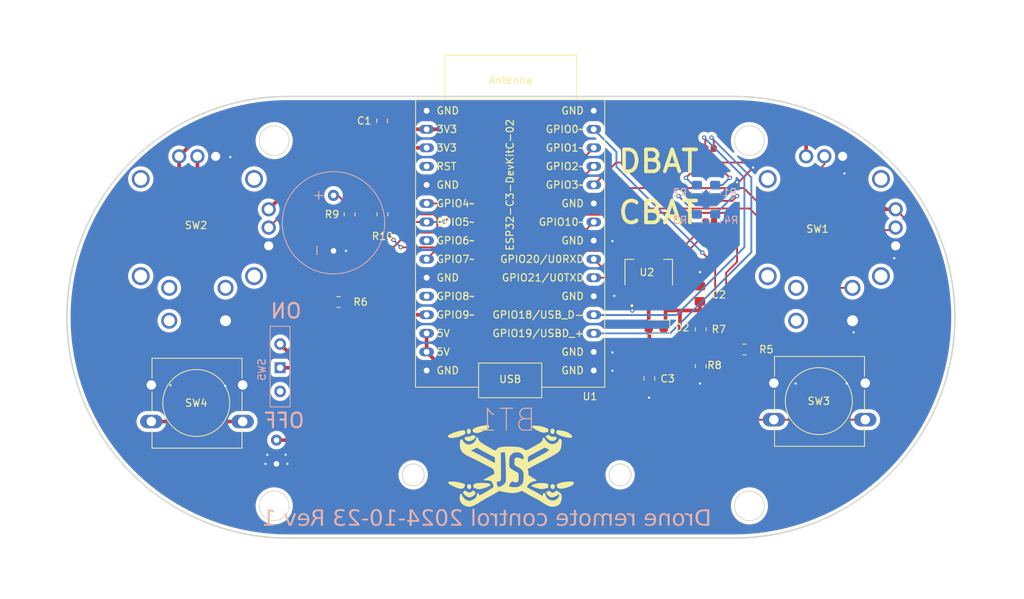
<source format=kicad_pcb>
(kicad_pcb (version 20240108) (generator "pcbnew") (generator_version "8.0")
  (layers (0 "F.Cu" signal) (31 "B.Cu" signal) (34 "B.Paste" user) (35 "F.Paste" user) (36 "B.SilkS" user "B.Silkscreen") (37 "F.SilkS" user "F.Silkscreen") (38 "B.Mask" user) (39 "F.Mask" user) (44 "Edge.Cuts" user))
  (net 0 "")
  (net 1 "GND")
  (net 2 "+3.3V")
  (net 3 "Net-(U1-GPIO10)")
  (net 4 "Net-(U1-GPIO0)")
  (net 5 "Net-(U1-GPIO5)")
  (net 6 "Net-(U1-GPIO4)")
  (net 7 "Net-(U1-GPIO3)")
  (net 8 "Net-(U1-GPIO1)")
  (net 11 "Net-(D6-K1)")
  (net 12 "Net-(D6-K2)")
  (net 17 "Net-(BT1-+)")
  (net 18 "Net-(D2-K)")
  (net 20 "Net-(D1-K1)")
  (net 21 "Net-(D1-K2)")
  (net 22 "5V")
  (net 23 "Net-(D1-A1)")
  (net 24 "Net-(D1-A2)")
  (net 25 "Net-(D6-A2)")
  (net 26 "Net-(D6-A1)")
  (net 27 "Net-(LS1-Pad1)")
  (net 28 "Net-(U1-GPIO7)")
  (net 29 "Net-(U1-GPIO9)")
  (net 31 "Net-(U1-GPIO2)")
  (footprint "JonasLib:Joystick" (layer "F.Cu") (at 74 74.15 90)
    (property "Reference" "SW2" (at 0.309 -0.186 0) (layer "F.SilkS"))
    (property "Value" "802-30110-B")
    (pad "" thru_hole circle (at -6.65 -7.75 90) (size 2.45 2.45) (drill 1.75) (layers "*.Cu" "*.Mask"))
    (pad "" thru_hole circle (at -6.65 7.75 90) (size 2.45 2.45) (drill 1.75) (layers "*.Cu" "*.Mask"))
    (pad "" thru_hole circle (at 6.65 -7.75 90) (size 2.45 2.45) (drill 1.75) (layers "*.Cu" "*.Mask"))
    (pad "" thru_hole circle (at 6.65 7.75 90) (size 2.45 2.45) (drill 1.75) (layers "*.Cu" "*.Mask"))
    (pad "1" thru_hole circle (at -2.5 9.75 90) (size 1.95 1.95) (drill 1.25) (layers "*.Cu" "*.Mask") (net 1 "GND"))
    (pad "2" thru_hole circle (at 0 9.75 90) (size 1.95 1.95) (drill 1.25) (layers "*.Cu" "*.Mask") (net 8 "Net-(U1-GPIO1)"))
    (pad "3" thru_hole circle (at 2.5 9.75 90) (size 1.95 1.95) (drill 1.25) (layers "*.Cu" "*.Mask") (net 2 "+3.3V"))
    (pad "4" thru_hole circle (at 9.75 2.5 90) (size 1.95 1.95) (drill 1.25) (layers "*.Cu" "*.Mask") (net 1 "GND"))
    (pad "5" thru_hole circle (at 9.75 0 90) (size 1.95 1.95) (drill 1.25) (layers "*.Cu" "*.Mask") (net 31 "Net-(U1-GPIO2)"))
    (pad "6" thru_hole circle (at 9.75 -2.5 90) (size 1.95 1.95) (drill 1.25) (layers "*.Cu" "*.Mask") (net 2 "+3.3V"))
    (pad "7" thru_hole circle (at -8.25 3.85 90) (size 2.2 2.2) (drill 1.5) (layers "*.Cu" "*.Mask"))
    (pad "8" thru_hole circle (at -12.75 3.85 90) (size 2.2 2.2) (drill 1.5) (layers "*.Cu" "*.Mask") (net 1 "GND"))
    (pad "9" thru_hole circle (at -8.25 -3.85 90) (size 2.2 2.2) (drill 1.5) (layers "*.Cu" "*.Mask"))
    (pad "10" thru_hole circle (at -12.75 -3.85 90) (size 2.2 2.2) (drill 1.5) (layers "*.Cu" "*.Mask"))
  )
  (footprint "Button_Switch_THT:SW_PUSH-12mm" (layer "F.Cu") (at 165.339 100.446 180)
    (property "Reference" "SW3" (at 6.35 2.54 0) (layer "F.SilkS"))
    (property "Value" "SW_Push")
    (pad "1" thru_hole oval (at 0 0 180) (size 3.048 1.85) (drill 1.3) (layers "*.Cu" "*.Mask") (net 28 "Net-(U1-GPIO7)"))
    (pad "1" thru_hole oval (at 12.5 0 180) (size 3.048 1.85) (drill 1.3) (layers "*.Cu" "*.Mask") (net 28 "Net-(U1-GPIO7)"))
    (pad "2" thru_hole oval (at 0 5 180) (size 3.048 1.85) (drill 1.3) (layers "*.Cu" "*.Mask") (net 1 "GND"))
    (pad "2" thru_hole oval (at 12.5 5 180) (size 3.048 1.85) (drill 1.3) (layers "*.Cu" "*.Mask") (net 1 "GND"))
  )
  (footprint "LOGO" (layer "F.Cu") (at 116.814 107.341)
    (property "Reference" "G***" (hide yes))
    (property "Value" "LOGO" (hide yes))
  )
  (footprint "Button_Switch_THT:SW_PUSH-12mm" (layer "F.Cu") (at 80.195 100.7 180)
    (property "Reference" "SW4" (at 6.35 2.54 0) (layer "F.SilkS"))
    (property "Value" "SW_Push")
    (pad "1" thru_hole oval (at 0 0 180) (size 3.048 1.85) (drill 1.3) (layers "*.Cu" "*.Mask") (net 29 "Net-(U1-GPIO9)"))
    (pad "1" thru_hole oval (at 12.5 0 180) (size 3.048 1.85) (drill 1.3) (layers "*.Cu" "*.Mask") (net 29 "Net-(U1-GPIO9)"))
    (pad "2" thru_hole oval (at 0 5 180) (size 3.048 1.85) (drill 1.3) (layers "*.Cu" "*.Mask") (net 1 "GND"))
    (pad "2" thru_hole oval (at 12.5 5 180) (size 3.048 1.85) (drill 1.3) (layers "*.Cu" "*.Mask") (net 1 "GND"))
  )
  (footprint "Resistor_SMD:R_0805_2012Metric_Pad1.20x1.40mm_HandSolder" (layer "F.Cu") (at 93.314 84.341)
    (property "Reference" "R6" (at 3 0 180) (layer "F.SilkS"))
    (property "Value" "10k")
    (pad "1" smd roundrect (at -1 0) (size 1.2 1.4) (layers "F.Cu" "F.Paste" "F.Mask") (roundrect_rratio 0.2083333333) (net 2 "+3.3V"))
    (pad "2" smd roundrect (at 1 0) (size 1.2 1.4) (layers "F.Cu" "F.Paste" "F.Mask") (roundrect_rratio 0.2083333333) (net 29 "Net-(U1-GPIO9)"))
  )
  (footprint "enkapsel:SOT230P700X180-4N" (layer "F.Cu") (at 135.72745 80.25 90)
    (property "Reference" "U2" (at -0.025 -0.25 180) (layer "F.SilkS"))
    (property "Value" "TLV1117-50")
    (pad "1" smd rect (at -2.9 -2.3) (size 0.95 2.15) (layers "F.Cu" "F.Paste" "F.Mask") (net 1 "GND"))
    (pad "2" smd rect (at -2.9 0) (size 0.95 2.15) (layers "F.Cu" "F.Paste" "F.Mask") (net 22 "5V"))
    (pad "3" smd rect (at -2.9 2.3) (size 0.95 2.15) (layers "F.Cu" "F.Paste" "F.Mask") (net 18 "Net-(D2-K)"))
    (pad "4" smd rect (at 2.9 0) (size 3.25 2.15) (layers "F.Cu" "F.Paste" "F.Mask"))
  )
  (footprint "Capacitor_SMD:C_0805_2012Metric_Pad1.18x1.45mm_HandSolder" (layer "F.Cu") (at 142.72745 83.2125 90)
    (property "Reference" "C2" (at -0.1285 2.58655 180) (layer "F.SilkS"))
    (property "Value" "10u")
    (pad "1" smd roundrect (at -1.0375 0 90) (size 1.175 1.45) (layers "F.Cu" "F.Paste" "F.Mask") (roundrect_rratio 0.2127659574) (net 18 "Net-(D2-K)"))
    (pad "2" smd roundrect (at 1.0375 0 90) (size 1.175 1.45) (layers "F.Cu" "F.Paste" "F.Mask") (roundrect_rratio 0.2127659574) (net 1 "GND"))
  )
  (footprint "Resistor_SMD:R_0805_2012Metric_Pad1.20x1.40mm_HandSolder" (layer "F.Cu") (at 142.83945 93.122 90)
    (property "Reference" "R8" (at 0.122 1.888 180) (layer "F.SilkS"))
    (property "Value" "10k")
    (pad "1" smd roundrect (at -1 0 90) (size 1.2 1.4) (layers "F.Cu" "F.Paste" "F.Mask") (roundrect_rratio 0.2083333333) (net 1 "GND"))
    (pad "2" smd roundrect (at 1 0 90) (size 1.2 1.4) (layers "F.Cu" "F.Paste" "F.Mask") (roundrect_rratio 0.2083333333) (net 4 "Net-(U1-GPIO0)"))
  )
  (footprint "JonasLib:Led green and red Wurth" (layer "F.Cu") (at 141.514 71.841 -90)
    (property "Reference" "D1" (hide yes))
    (property "Value" "Led_green_and_red_Wurth")
    (pad "1" smd roundrect (at -1.35 -3.15 270) (size 0.9 0.85) (layers "F.Cu" "F.Paste" "F.Mask") (net 21 "Net-(D1-K2)"))
    (pad "2" smd roundrect (at -1.35 -2 270) (size 0.9 0.85) (layers "F.Cu" "F.Paste" "F.Mask") (net 20 "Net-(D1-K1)"))
    (pad "3" smd roundrect (at 1.5 -2 270) (size 0.9 0.85) (layers "F.Cu" "F.Paste" "F.Mask") (net 23 "Net-(D1-A1)"))
    (pad "4" smd roundrect (at 1.5 -3.15 270) (size 0.9 0.85) (layers "F.Cu" "F.Paste" "F.Mask") (net 24 "Net-(D1-A2)"))
  )
  (footprint "Resistor_SMD:R_0805_2012Metric_Pad1.20x1.40mm_HandSolder" (layer "F.Cu") (at 148.814 90.841 180)
    (property "Reference" "R5" (at -3 0 180) (layer "F.SilkS"))
    (property "Value" "10k")
    (pad "1" smd roundrect (at -1 0 180) (size 1.2 1.4) (layers "F.Cu" "F.Paste" "F.Mask") (roundrect_rratio 0.2083333333) (net 2 "+3.3V"))
    (pad "2" smd roundrect (at 1 0 180) (size 1.2 1.4) (layers "F.Cu" "F.Paste" "F.Mask") (roundrect_rratio 0.2083333333) (net 28 "Net-(U1-GPIO7)"))
  )
  (footprint "Capacitor_SMD:C_0805_2012Metric_Pad1.18x1.45mm_HandSolder" (layer "F.Cu") (at 135.814 94.8035 -90)
    (property "Reference" "C3" (at 0.0375 -2.5 180) (layer "F.SilkS"))
    (property "Value" "100u")
    (pad "1" smd roundrect (at -1.0375 0 270) (size 1.175 1.45) (layers "F.Cu" "F.Paste" "F.Mask") (roundrect_rratio 0.2127659574) (net 22 "5V"))
    (pad "2" smd roundrect (at 1.0375 0 270) (size 1.175 1.45) (layers "F.Cu" "F.Paste" "F.Mask") (roundrect_rratio 0.2127659574) (net 1 "GND"))
  )
  (footprint "JonasLib:Joystick" (layer "F.Cu") (at 159.75 74.15 90)
    (property "Reference" "SW1" (at -0.191 -0.936 0) (layer "F.SilkS"))
    (property "Value" "802-30110-B")
    (pad "" thru_hole circle (at -6.65 -7.75 90) (size 2.45 2.45) (drill 1.75) (layers "*.Cu" "*.Mask"))
    (pad "" thru_hole circle (at -6.65 7.75 90) (size 2.45 2.45) (drill 1.75) (layers "*.Cu" "*.Mask"))
    (pad "" thru_hole circle (at 6.65 -7.75 90) (size 2.45 2.45) (drill 1.75) (layers "*.Cu" "*.Mask"))
    (pad "" thru_hole circle (at 6.65 7.75 90) (size 2.45 2.45) (drill 1.75) (layers "*.Cu" "*.Mask"))
    (pad "1" thru_hole circle (at -2.5 9.75 90) (size 1.95 1.95) (drill 1.25) (layers "*.Cu" "*.Mask") (net 1 "GND"))
    (pad "2" thru_hole circle (at 0 9.75 90) (size 1.95 1.95) (drill 1.25) (layers "*.Cu" "*.Mask") (net 6 "Net-(U1-GPIO4)"))
    (pad "3" thru_hole circle (at 2.5 9.75 90) (size 1.95 1.95) (drill 1.25) (layers "*.Cu" "*.Mask") (net 2 "+3.3V"))
    (pad "4" thru_hole circle (at 9.75 2.5 90) (size 1.95 1.95) (drill 1.25) (layers "*.Cu" "*.Mask") (net 1 "GND"))
    (pad "5" thru_hole circle (at 9.75 0 90) (size 1.95 1.95) (drill 1.25) (layers "*.Cu" "*.Mask") (net 7 "Net-(U1-GPIO3)"))
    (pad "6" thru_hole circle (at 9.75 -2.5 90) (size 1.95 1.95) (drill 1.25) (layers "*.Cu" "*.Mask") (net 2 "+3.3V"))
    (pad "7" thru_hole circle (at -8.25 3.85 90) (size 2.2 2.2) (drill 1.5) (layers "*.Cu" "*.Mask") (net 5 "Net-(U1-GPIO5)"))
    (pad "8" thru_hole circle (at -12.75 3.85 90) (size 2.2 2.2) (drill 1.5) (layers "*.Cu" "*.Mask") (net 1 "GND"))
    (pad "9" thru_hole circle (at -8.25 -3.85 90) (size 2.2 2.2) (drill 1.5) (layers "*.Cu" "*.Mask"))
    (pad "10" thru_hole circle (at -12.75 -3.85 90) (size 2.2 2.2) (drill 1.5) (layers "*.Cu" "*.Mask"))
  )
  (footprint "Espressif:ESP32-C3-DevKitC-02" (layer "F.Cu") (at 105.34945 58.1531)
    (property "Reference" "U1" (at 22.352 39.116 0) (layer "F.SilkS"))
    (property "Value" "ESP32-C3-DevKitC-02" (at 11.4 10.16 90) (layer "F.SilkS"))
    (fp_text user "GPIO5~" (at 1.27 15.24 0) (layer "F.SilkS") (effects (justify left)))
    (fp_text user "GND" (at 21.59 12.7 0) (layer "F.SilkS") (effects (justify right)))
    (fp_text user "GPIO19/USBD_+" (at 21.59 30.48 0) (layer "F.SilkS") (effects (justify right)))
    (fp_text user "GPIO3~" (at 21.59 10.16 0) (layer "F.SilkS") (effects (justify right)))
    (fp_text user "3V3" (at 1.3 2.54 0) (layer "F.SilkS") (effects (justify left)))
    (fp_text user "GPIO7~" (at 1.27 20.32 0) (layer "F.SilkS") (effects (justify left)))
    (fp_text user "GND" (at 1.27 0 0) (layer "F.SilkS") (effects (justify left)))
    (fp_text user "RST" (at 1.27 7.62 0) (layer "F.SilkS") (effects (justify left)))
    (fp_text user "GPIO1~" (at 21.59 5.08 0) (layer "F.SilkS") (effects (justify right)))
    (fp_text user "GND" (at 21.59 0 0) (layer "F.SilkS") (effects (justify right)))
    (fp_text user "GPIO0~" (at 21.59 2.54 0) (layer "F.SilkS") (effects (justify right)))
    (fp_text user "GND" (at 21.59 17.78 0) (layer "F.SilkS") (effects (justify right)))
    (fp_text user "5V" (at 1.27 33.02 0) (layer "F.SilkS") (effects (justify left)))
    (fp_text user "GPIO8~" (at 1.27 25.4 0) (layer "F.SilkS") (effects (justify left)))
    (fp_text user "GND" (at 21.59 35.56 0) (layer "F.SilkS") (effects (justify right)))
    (fp_text user "GPIO18/USB_D-" (at 21.59 27.94 0) (layer "F.SilkS") (effects (justify right)))
    (fp_text user "GPIO21/U0TXD" (at 21.59 22.86 0) (layer "F.SilkS") (effects (justify right)))
    (fp_text user "GPIO9~" (at 1.27 27.94 0) (layer "F.SilkS") (effects (justify left)))
    (fp_text user "GND" (at 21.59 33.02 0) (layer "F.SilkS") (effects (justify right)))
    (fp_text user "3V3" (at 1.27 5.08 0) (layer "F.SilkS") (effects (justify left)))
    (fp_text user "GND" (at 1.27 22.86 0) (layer "F.SilkS") (effects (justify left)))
    (fp_text user "GND" (at 1.27 35.56 0) (layer "F.SilkS") (effects (justify left)))
    (fp_text user "GND" (at 21.59 25.4 0) (layer "F.SilkS") (effects (justify right)))
    (fp_text user "GPIO2~" (at 21.59 7.62 0) (layer "F.SilkS") (effects (justify right)))
    (fp_text user "5V" (at 1.27 30.48 0) (layer "F.SilkS") (effects (justify left)))
    (fp_text user "Antenna" (at 11.5 -4.2076 0) (layer "F.SilkS"))
    (fp_text user "GPIO10~" (at 21.59 15.24 0) (layer "F.SilkS") (effects (justify right)))
    (fp_text user "GPIO6~" (at 1.27 17.78 0) (layer "F.SilkS") (effects (justify left)))
    (fp_text user "USB" (at 11.43 37.338 0) (layer "F.SilkS") (effects (justify bottom)))
    (fp_text user "GPIO20/U0RXD" (at 21.59 20.32 0) (layer "F.SilkS") (effects (justify right)))
    (fp_text user "GPIO4~" (at 1.27 12.7 0) (layer "F.SilkS") (effects (justify left)))
    (fp_text user "GND" (at 1.27 10.16 0) (layer "F.SilkS") (effects (justify left)))
    (pad "1" thru_hole rect (at 0 0 270) (size 1.2 2) (drill 0.8) (layers "*.Cu" "*.Mask") (net 1 "GND"))
    (pad "2" thru_hole oval (at 0 2.54 270) (size 1.2 2) (drill 0.8) (layers "*.Cu" "*.Mask") (net 2 "+3.3V"))
    (pad "3" thru_hole oval (at 0 5.08 270) (size 1.2 2) (drill 0.8) (layers "*.Cu" "*.Mask") (net 2 "+3.3V"))
    (pad "4" thru_hole oval (at 0 7.62 270) (size 1.2 2) (drill 0.8) (layers "*.Cu" "*.Mask"))
    (pad "5" thru_hole oval (at 0 10.16 270) (size 1.2 2) (drill 0.8) (layers "*.Cu" "*.Mask") (net 1 "GND"))
    (pad "6" thru_hole oval (at 0 12.7 270) (size 1.2 2) (drill 0.8) (layers "*.Cu" "*.Mask") (net 6 "Net-(U1-GPIO4)"))
    (pad "7" thru_hole oval (at 0 15.24 270) (size 1.2 2) (drill 0.8) (layers "*.Cu" "*.Mask") (net 5 "Net-(U1-GPIO5)"))
    (pad "8" thru_hole oval (at 0 17.78 270) (size 1.2 2) (drill 0.8) (layers "*.Cu" "*.Mask"))
    (pad "9" thru_hole oval (at 0 20.32 270) (size 1.2 2) (drill 0.8) (layers "*.Cu" "*.Mask") (net 28 "Net-(U1-GPIO7)"))
    (pad "10" thru_hole oval (at 0 22.86 270) (size 1.2 2) (drill 0.8) (layers "*.Cu" "*.Mask") (net 1 "GND"))
    (pad "11" thru_hole oval (at 0 25.4 270) (size 1.2 2) (drill 0.8) (layers "*.Cu" "*.Mask"))
    (pad "12" thru_hole oval (at 0 27.94 270) (size 1.2 2) (drill 0.8) (layers "*.Cu" "*.Mask") (net 29 "Net-(U1-GPIO9)"))
    (pad "13" thru_hole oval (at 0 30.48 270) (size 1.2 2) (drill 0.8) (layers "*.Cu" "*.Mask") (net 22 "5V"))
    (pad "14" thru_hole oval (at 0 33.02 270) (size 1.2 2) (drill 0.8) (layers "*.Cu" "*.Mask") (net 22 "5V"))
    (pad "15" thru_hole oval (at 0 35.56 270) (size 1.2 2) (drill 0.8) (layers "*.Cu" "*.Mask") (net 1 "GND"))
    (pad "16" thru_hole oval (at 22.86 35.56 270) (size 1.2 2) (drill 0.8) (layers "*.Cu" "*.Mask") (net 1 "GND"))
    (pad "17" thru_hole oval (at 22.86 33.02 270) (size 1.2 2) (drill 0.8) (layers "*.Cu" "*.Mask") (net 1 "GND"))
    (pad "18" thru_hole oval (at 22.86 30.48 270) (size 1.2 2) (drill 0.8) (layers "*.Cu" "*.Mask") (net 26 "Net-(D6-A1)"))
    (pad "19" thru_hole oval (at 22.86 27.94 270) (size 1.2 2) (drill 0.8) (layers "*.Cu" "*.Mask") (net 25 "Net-(D6-A2)"))
    (pad "20" thru_hole oval (at 22.86 25.4 270) (size 1.2 2) (drill 0.8) (layers "*.Cu" "*.Mask") (net 1 "GND"))
    (pad "21" thru_hole oval (at 22.86 22.86 270) (size 1.2 2) (drill 0.8) (layers "*.Cu" "*.Mask") (net 24 "Net-(D1-A2)"))
    (pad "22" thru_hole oval (at 22.86 20.32 270) (size 1.2 2) (drill 0.8) (layers "*.Cu" "*.Mask") (net 23 "Net-(D1-A1)"))
    (pad "23" thru_hole oval (at 22.86 17.78 270) (size 1.2 2) (drill 0.8) (layers "*.Cu" "*.Mask") (net 1 "GND"))
    (pad "24" thru_hole oval (at 22.86 15.24 270) (size 1.2 2) (drill 0.8) (layers "*.Cu" "*.Mask") (net 3 "Net-(U1-GPIO10)"))
    (pad "25" thru_hole oval (at 22.86 12.7 270) (size 1.2 2) (drill 0.8) (layers "*.Cu" "*.Mask") (net 1 "GND"))
    (pad "26" thru_hole oval (at 22.86 10.16 270) (size 1.2 2) (drill 0.8) (layers "*.Cu" "*.Mask") (net 7 "Net-(U1-GPIO3)"))
    (pad "27" thru_hole oval (at 22.86 7.62 270) (size 1.2 2) (drill 0.8) (layers "*.Cu" "*.Mask") (net 31 "Net-(U1-GPIO2)"))
    (pad "28" thru_hole oval (at 22.86 5.08 270) (size 1.2 2) (drill 0.8) (layers "*.Cu" "*.Mask") (net 8 "Net-(U1-GPIO1)"))
    (pad "29" thru_hole oval (at 22.86 2.54 270) (size 1.2 2) (drill 0.8) (layers "*.Cu" "*.Mask") (net 4 "Net-(U1-GPIO0)"))
    (pad "30" thru_hole oval (at 22.86 0 270) (size 1.2 2) (drill 0.8) (layers "*.Cu" "*.Mask") (net 1 "GND"))
  )
  (footprint "JonasLib:Led green and red Wurth" (layer "F.Cu") (at 146.614 64.841 90)
    (property "Reference" "D6" (hide yes))
    (property "Value" "Led_green_and_red_Wurth" (hide yes))
    (pad "1" smd roundrect (at -1.35 -3.15 90) (size 0.9 0.85) (layers "F.Cu" "F.Paste" "F.Mask") (net 12 "Net-(D6-K2)"))
    (pad "2" smd roundrect (at -1.35 -2 90) (size 0.9 0.85) (layers "F.Cu" "F.Paste" "F.Mask") (net 11 "Net-(D6-K1)"))
    (pad "3" smd roundrect (at 1.5 -2 90) (size 0.9 0.85) (layers "F.Cu" "F.Paste" "F.Mask") (net 26 "Net-(D6-A1)"))
    (pad "4" smd roundrect (at 1.5 -3.15 90) (size 0.9 0.85) (layers "F.Cu" "F.Paste" "F.Mask") (net 25 "Net-(D6-A2)"))
  )
  (footprint "Resistor_SMD:R_0805_2012Metric_Pad1.20x1.40mm_HandSolder" (layer "F.Cu") (at 94.814 72.341 90)
    (property "Reference" "R9" (at 0 -2.4 180) (layer "F.SilkS"))
    (property "Value" "10k")
    (pad "1" smd roundrect (at -1 0 90) (size 1.2 1.4) (layers "F.Cu" "F.Paste" "F.Mask") (roundrect_rratio 0.208333) (net 3 "Net-(U1-GPIO10)"))
    (pad "2" smd roundrect (at 1 0 90) (size 1.2 1.4) (layers "F.Cu" "F.Paste" "F.Mask") (roundrect_rratio 0.208333) (net 27 "Net-(LS1-Pad1)"))
  )
  (footprint "Capacitor_SMD:C_0805_2012Metric_Pad1.18x1.45mm_HandSolder" (layer "F.Cu") (at 99.26745 59.5375 -90)
    (property "Reference" "C1" (at 0 2.45345 180) (layer "F.SilkS"))
    (property "Value" "100n")
    (pad "1" smd roundrect (at -1.0375 0 270) (size 1.175 1.45) (layers "F.Cu" "F.Paste" "F.Mask") (roundrect_rratio 0.2127659574) (net 1 "GND"))
    (pad "2" smd roundrect (at 1.0375 0 270) (size 1.175 1.45) (layers "F.Cu" "F.Paste" "F.Mask") (roundrect_rratio 0.2127659574) (net 2 "+3.3V"))
  )
  (footprint "Diode_SMD:D_0805_2012Metric_Pad1.15x1.40mm_HandSolder" (layer "F.Cu") (at 136.75245 87.764 180)
    (property "Reference" "D2" (at -3.56155 -0.077 0) (layer "F.SilkS"))
    (property "Value" "1N4002")
    (pad "1" smd roundrect (at -1.025 0 180) (size 1.15 1.4) (layers "F.Cu" "F.Paste" "F.Mask") (roundrect_rratio 0.2173913043) (net 18 "Net-(D2-K)"))
    (pad "2" smd roundrect (at 1.025 0 180) (size 1.15 1.4) (layers "F.Cu" "F.Paste" "F.Mask") (roundrect_rratio 0.2173913043) (net 22 "5V"))
  )
  (footprint "Resistor_SMD:R_0805_2012Metric_Pad1.20x1.40mm_HandSolder" (layer "F.Cu") (at 142.83945 88.074 90)
    (property "Reference" "R7" (at 0 2.47455 180) (layer "F.SilkS"))
    (property "Value" "10k")
    (pad "1" smd roundrect (at -1 0 90) (size 1.2 1.4) (layers "F.Cu" "F.Paste" "F.Mask") (roundrect_rratio 0.2083333333) (net 4 "Net-(U1-GPIO0)"))
    (pad "2" smd roundrect (at 1 0 90) (size 1.2 1.4) (layers "F.Cu" "F.Paste" "F.Mask") (roundrect_rratio 0.2083333333) (net 18 "Net-(D2-K)"))
  )
  (footprint "Resistor_SMD:R_0805_2012Metric_Pad1.20x1.40mm_HandSolder" (layer "F.Cu") (at 99.314 72.341 -90)
    (property "Reference" "R10" (at 3 0 180) (layer "F.SilkS"))
    (property "Value" "10k")
    (pad "1" smd roundrect (at -1 0 270) (size 1.2 1.4) (layers "F.Cu" "F.Paste" "F.Mask") (roundrect_rratio 0.2083333333) (net 2 "+3.3V"))
    (pad "2" smd roundrect (at 1 0 270) (size 1.2 1.4) (layers "F.Cu" "F.Paste" "F.Mask") (roundrect_rratio 0.2083333333) (net 5 "Net-(U1-GPIO5)"))
  )
  (footprint "JonasLib:summer 4khz miniatyr" (layer "B.Cu") (at 92.614 73.491 -90)
    (property "Reference" "LS1" (hide yes))
    (property "Value" "Speaker")
    (fp_text user "-" (at 2.75 1.5 90) (layer "B.SilkS") (effects (font (size 1.5 1.5)) (justify left bottom mirror)))
    (fp_text user "+" (at -4.75 1.25 90) (layer "B.SilkS") (effects (font (size 1.5 1.5)) (justify left bottom mirror)))
    (pad "1" thru_hole circle (at -3.75 0 270) (size 1.524 1.524) (drill 0.762) (layers "*.Cu" "*.Mask") (net 27 "Net-(LS1-Pad1)"))
    (pad "2" thru_hole circle (at 3.85 0 270) (size 1.524 1.524) (drill 0.762) (layers "*.Cu" "*.Mask") (net 1 "GND"))
  )
  (footprint "Resistor_SMD:R_0805_2012Metric_Pad1.20x1.40mm_HandSolder" (layer "B.Cu") (at 144.814 69.341 90)
    (property "Reference" "R1" (at 0 2 180) (layer "B.SilkS") (effects (justify mirror)))
    (property "Value" "390")
    (pad "1" smd roundrect (at -1 0 90) (size 1.2 1.4) (layers "B.Cu" "B.Paste" "B.Mask") (roundrect_rratio 0.208333) (net 1 "GND"))
    (pad "2" smd roundrect (at 1 0 90) (size 1.2 1.4) (layers "B.Cu" "B.Paste" "B.Mask") (roundrect_rratio 0.208333) (net 11 "Net-(D6-K1)"))
  )
  (footprint "JonasLib:9v bat holder" (layer "B.Cu") (at 122.814 93.75 180)
    (property "Reference" "BT1" (at 6.5 -6.75 0) (layer "B.SilkS") (effects (font (size 3 3)) (justify mirror)))
    (property "Value" "Battery_Cell")
    (fp_circle (center 19.3 -14.25) (end 20.8 -14.25) (stroke (width 0.12)) (fill none) (layer "Edge.Cuts"))
    (fp_circle (center -9 -14.25) (end -7.5 -14.25) (stroke (width 0.12)) (fill none) (layer "Edge.Cuts"))
    (pad "1" thru_hole circle (at 38 -9.5 180) (size 1.524 1.524) (drill 0.762) (layers "*.Cu" "*.Mask") (net 17 "Net-(BT1-+)"))
    (pad "2" thru_hole circle (at 38 -12.75 180) (size 1.524 1.524) (drill 0.762) (layers "*.Cu" "*.Mask") (net 1 "GND"))
  )
  (footprint "Resistor_SMD:R_0805_2012Metric_Pad1.20x1.40mm_HandSolder" (layer "B.Cu") (at 142.314 73.341 90)
    (property "Reference" "R4" (at 0.2 4.7 180) (layer "B.SilkS") (effects (justify mirror)))
    (property "Value" "390")
    (pad "1" smd roundrect (at -1 0 90) (size 1.2 1.4) (layers "B.Cu" "B.Paste" "B.Mask") (roundrect_rratio 0.208333) (net 1 "GND"))
    (pad "2" smd roundrect (at 1 0 90) (size 1.2 1.4) (layers "B.Cu" "B.Paste" "B.Mask") (roundrect_rratio 0.208333) (net 20 "Net-(D1-K1)"))
  )
  (footprint "Resistor_SMD:R_0805_2012Metric_Pad1.20x1.40mm_HandSolder" (layer "B.Cu") (at 144.814 73.341 -90)
    (property "Reference" "R3" (at -0.2 4.8 180) (layer "B.SilkS") (effects (justify mirror)))
    (property "Value" "390")
    (pad "1" smd roundrect (at -1 0 270) (size 1.2 1.4) (layers "B.Cu" "B.Paste" "B.Mask") (roundrect_rratio 0.208333) (net 21 "Net-(D1-K2)"))
    (pad "2" smd roundrect (at 1 0 270) (size 1.2 1.4) (layers "B.Cu" "B.Paste" "B.Mask") (roundrect_rratio 0.208333) (net 1 "GND"))
  )
  (footprint "JonasLib:Skjutomkopplare 1-pol on-on pcb vinklad" (layer "B.Cu") (at 85.314 93.591 90)
    (property "Reference" "SW5" (at 0 -2.5 90) (layer "B.SilkS") (effects (justify mirror)))
    (property "Value" "~" (hide yes))
    (pad "1" thru_hole rect (at 0.25 0 90) (size 1.5 1.5) (drill 0.9) (layers "*.Cu" "*.Mask") (net 17 "Net-(BT1-+)"))
    (pad "2" thru_hole circle (at -2.99 0 90) (size 1.6 1.6) (drill 0.9) (layers "*.Cu" "*.Mask"))
    (pad "3" thru_hole circle (at 3.5 0 90) (size 1.6 1.6) (drill 0.9) (layers "*.Cu" "*.Mask") (net 18 "Net-(D2-K)"))
  )
  (footprint "Resistor_SMD:R_0805_2012Metric_Pad1.20x1.40mm_HandSolder" (layer "B.Cu") (at 142.314 69.341 -90)
    (property "Reference" "R2" (at 0 2.3 180) (layer "B.SilkS") (effects (justify mirror)))
    (property "Value" "390")
    (pad "1" smd roundrect (at -1 0 270) (size 1.2 1.4) (layers "B.Cu" "B.Paste" "B.Mask") (roundrect_rratio 0.208333) (net 12 "Net-(D6-K2)"))
    (pad "2" smd roundrect (at 1 0 270) (size 1.2 1.4) (layers "B.Cu" "B.Paste" "B.Mask") (roundrect_rratio 0.208333) (net 1 "GND"))
  )
  (gr_line (start 147.378 56.203) (end 86.378 56.203) (stroke (width 0.2)) (layer "Edge.Cuts"))
  (gr_arc (start 147.378 56.203) (mid 177.604 86.429) (end 147.378 116.655) (stroke (width 0.2)) (layer "Edge.Cuts"))
  (gr_circle (center 84.5 112.25) (end 82.468 112.377) (stroke (width 0.1)) (fill none) (layer "Edge.Cuts"))
  (gr_arc (start 86.378 116.655) (mid 56.152 86.429) (end 86.378 56.203) (stroke (width 0.2)) (layer "Edge.Cuts"))
  (gr_line (start 147.378 116.655) (end 86.378 116.655) (stroke (width 0.2)) (layer "Edge.Cuts"))
  (gr_circle (center 149.5 62.25) (end 147.468 62.377) (stroke (width 0.1)) (fill none) (layer "Edge.Cuts"))
  (gr_circle (center 149.5 112.25) (end 147.468 112.377) (stroke (width 0.1)) (fill none) (layer "Edge.Cuts"))
  (gr_circle (center 84.5 62.25) (end 82.468 62.377) (stroke (width 0.1)) (fill none) (layer "Edge.Cuts"))
  (gr_text "ON" (at 88.414 86.741 0) (layer "B.SilkS") (effects (font (size 2 2) (thickness 0.3)) (justify left bottom mirror)))
  (gr_text "OFF" (at 88.814 101.741 0) (layer "B.SilkS") (effects (font (size 2 2) (thickness 0.3)) (justify left bottom mirror)))
  (gr_text "Drone remote control 2024-10-23 Rev 1" (at 144.314 115.341 0) (layer "B.SilkS") (effects (font (size 2.2 2.2) (thickness 0.1)) (justify left bottom mirror)))
  (gr_text "CBAT" (at 131.314 73.841 0) (layer "F.SilkS") (effects (font (size 3 3) (thickness 0.5)) (justify left bottom)))
  (gr_text "DBAT" (at 131.314 66.841 0) (layer "F.SilkS") (effects (font (size 3 3) (thickness 0.5)) (justify left bottom)))
  (segment (start 142.72745 82.175) (end 142.72745 80.25) (width 0.5) (layer "F.Cu") (net 1))
  (segment (start 163.6 86.9) (end 163.6 88.35) (width 0.25) (layer "F.Cu") (net 1))
  (segment (start 169.314 78.341) (end 169.314 76.836) (width 0.25) (layer "F.Cu") (net 1))
  (segment (start 76.5 64.4) (end 78.4 64.4) (width 0.25) (layer "F.Cu") (net 1))
  (segment (start 78.4 64.4) (end 78.5 64.5) (width 0.25) (layer "F.Cu") (net 1))
  (segment (start 150.014 65.941) (end 148.014 67.941) (width 0.25) (layer "F.Cu") (net 1))
  (segment (start 77.955 95.7) (end 80.195 95.7) (width 0.5) (layer "F.Cu") (net 1))
  (segment (start 130.70055 75.9331) (end 130.76745 76) (width 0.5) (layer "F.Cu") (net 1))
  (segment (start 163.6 88.35) (end 163.75 88.5) (width 0.25) (layer "F.Cu") (net 1))
  (segment (start 128.20945 91.1731) (end 130.69055 91.1731) (width 0.5) (layer "F.Cu") (net 1))
  (segment (start 169.314 76.836) (end 169.5 76.65) (width 0.25) (layer "F.Cu") (net 1))
  (segment (start 155.814 95.5) (end 152.893 95.5) (width 0.25) (layer "F.Cu") (net 1))
  (segment (start 77.814 95.841) (end 77.955 95.7) (width 0.25) (layer "F.Cu") (net 1))
  (segment (start 130.96435 83.5531) (end 131.01745 83.5) (width 0.5) (layer "F.Cu") (net 1))
  (segment (start 133.47745 83.2) (end 133.47745 85.5) (width 0.5) (layer "F.Cu") (net 1))
  (segment (start 99.26745 58.5) (end 99.61435 58.1531) (width 0.5) (layer "F.Cu") (net 1))
  (segment (start 84.814 106.541) (end 86.064 105.291) (width 0.25) (layer "F.Cu") (net 1))
  (segment (start 70.314 95.75) (end 67.745 95.75) (width 0.5) (layer "F.Cu") (net 1))
  (segment (start 148.014 67.941) (end 147.814 67.941) (width 0.25) (layer "F.Cu") (net 1))
  (segment (start 130.73055 93.7131) (end 130.76745 93.75) (width 0.5) (layer "F.Cu") (net 1))
  (segment (start 165.285 95.5) (end 165.339 95.446) (width 0.25) (layer "F.Cu") (net 1))
  (segment (start 99.61435 58.1531) (end 105.34945 58.1531) (width 0.5) (layer "F.Cu") (net 1))
  (segment (start 84.814 106.541) (end 83.564 105.291) (width 0.25) (layer "F.Cu") (net 1))
  (segment (start 84.814 106.541) (end 86.314 106.541) (width 0.25) (layer "F.Cu") (net 1))
  (segment (start 152.893 95.5) (end 152.839 95.446) (width 0.25) (layer "F.Cu") (net 1))
  (segment (start 142.83945 95.388) (end 142.72745 95.5) (width 0.25) (layer "F.Cu") (net 1))
  (segment (start 162.25 66.5) (end 162.5 66.75) (width 0.25) (layer "F.Cu") (net 1))
  (segment (start 162.814 95.5) (end 165.285 95.5) (width 0.25) (layer "F.Cu") (net 1))
  (segment (start 162.25 64.4) (end 162.25 66.5) (width 0.25) (layer "F.Cu") (net 1))
  (segment (start 67.745 95.75) (end 67.695 95.7) (width 0.25) (layer "F.Cu") (net 1))
  (segment (start 142.83945 94.122) (end 142.83945 95.388) (width 0.5) (layer "F.Cu") (net 1))
  (segment (start 92.064 77.441) (end 94.214 77.441) (width 0.25) (layer "F.Cu") (net 1))
  (segment (start 135.814 97.394) (end 135.774 97.434) (width 0.25) (layer "F.Cu") (net 1))
  (segment (start 130.69055 91.1731) (end 130.76745 91.25) (width 0.5) (layer "F.Cu") (net 1))
  (segment (start 133.42745 83.15) (end 133.47745 83.2) (width 0.25) (layer "F.Cu") (net 1))
  (segment (start 94.214 77.441) (end 94.314 77.341) (width 0.25) (layer "F.Cu") (net 1))
  (segment (start 128.20945 93.7131) (end 130.73055 93.7131) (width 0.5) (layer "F.Cu") (net 1))
  (segment (start 135.814 95.841) (end 135.814 97.394) (width 0.5) (layer "F.Cu") (net 1))
  (segment (start 128.20945 83.5531) (end 130.96435 83.5531) (width 0.5) (layer "F.Cu") (net 1))
  (segment (start 128.20945 75.9331) (end 130.70055 75.9331) (width 0.5) (layer "F.Cu") (net 1))
  (segment (start 84.814 106.541) (end 83.314 106.541) (width 0.25) (layer "F.Cu") (net 1))
  (via (at 133.47745 85.5) (size 0.6) (drill 0.3) (layers "F.Cu" "B.Cu") (net 1))
  (via (at 142.72745 95.5) (size 0.6) (drill 0.3) (layers "F.Cu" "B.Cu") (net 1))
  (via (at 162.5 66.75) (size 0.6) (drill 0.3) (layers "F.Cu" "B.Cu") (net 1))
  (via (at 130.76745 93.75) (size 0.6) (drill 0.3) (layers "F.Cu" "B.Cu") (net 1))
  (via (at 155.814 95.5) (size 0.6) (drill 0.3) (layers "F.Cu" "B.Cu") (net 1))
  (via (at 142.72745 80.25) (size 0.6) (drill 0.3) (layers "F.Cu" "B.Cu") (net 1))
  (via (at 135.774 97.434) (size 0.6) (drill 0.3) (layers "F.Cu" "B.Cu") (net 1))
  (via (at 83.564 105.25) (size 0.6) (drill 0.3) (layers "F.Cu" "B.Cu") (net 1))
  (via (at 86.314 106.5) (size 0.6) (drill 0.3) (layers "F.Cu" "B.Cu") (net 1))
  (via (at 162.814 95.5) (size 0.6) (drill 0.3) (layers "F.Cu" "B.Cu") (net 1))
  (via (at 77.814 95.841) (size 0.6) (drill 0.3) (layers "F.Cu" "B.Cu") (net 1))
  (via (at 70.314 95.75) (size 0.6) (drill 0.3) (layers "F.Cu" "B.Cu") (net 1))
  (via (at 163.75 88.5) (size 0.6) (drill 0.3) (layers "F.Cu" "B.Cu") (net 1))
  (via (at 131.01745 83.5) (size 0.6) (drill 0.3) (layers "F.Cu" "B.Cu") (net 1))
  (via (at 147.814 67.941) (size 0.6) (drill 0.3) (layers "F.Cu" "B.Cu") (net 1))
  (via (at 83.314 106.5) (size 0.6) (drill 0.3) (layers "F.Cu" "B.Cu") (net 1))
  (via (at 150.014 65.941) (size 0.6) (drill 0.3) (layers "F.Cu" "B.Cu") (net 1))
  (via (at 169.314 78.341) (size 0.6) (drill 0.3) (layers "F.Cu" "B.Cu") (net 1))
  (via (at 86.064 105.25) (size 0.6) (drill 0.3) (layers "F.Cu" "B.Cu") (net 1))
  (via (at 130.76745 91.25) (size 0.6) (drill 0.3) (layers "F.Cu" "B.Cu") (net 1))
  (via (at 130.76745 76) (size 0.6) (drill 0.3) (layers "F.Cu" "B.Cu") (net 1))
  (via (at 94.314 77.341) (size 0.6) (drill 0.3) (layers "F.Cu" "B.Cu") (net 1))
  (via (at 78.5 64.5) (size 0.6) (drill 0.3) (layers "F.Cu" "B.Cu") (net 1))
  (segment (start 168.625 90.841) (end 169.2195 90.2465) (width 0.25) (layer "F.Cu") (net 2))
  (segment (start 108.27745 60.6931) (end 109.76745 59.2031) (width 0.5) (layer "F.Cu") (net 2))
  (segment (start 172.125 74.275) (end 172.125 87.341) (width 0.25) (layer "F.Cu") (net 2))
  (segment (start 168.121142 71.65) (end 164.25 67.778858) (width 0.5) (layer "F.Cu") (net 2))
  (segment (start 71.5 80.027) (end 71.5 64.4) (width 0.5) (layer "F.Cu") (net 2))
  (segment (start 169.5 71.65) (end 172.125 74.275) (width 0.25) (layer "F.Cu") (net 2))
  (segment (start 164.25 63.75) (end 162.5 62) (width 0.5) (layer "F.Cu") (net 2))
  (segment (start 82.814 65.341) (end 89.214 65.341) (width 0.5) (layer "F.Cu") (net 2))
  (segment (start 71.5 64.4) (end 74.059 61.841) (width 0.5) (layer "F.Cu") (net 2))
  (segment (start 74.059 61.841) (end 79.314 61.841) (width 0.5) (layer "F.Cu") (net 2))
  (segment (start 88.614 68.941) (end 89.214 68.341) (width 0.5) (layer "F.Cu") (net 2))
  (segment (start 102.28435 63.2331) (end 102.01745 63.5) (width 0.25) (layer "F.Cu") (net 2))
  (segment (start 75.814 84.341) (end 71.5 80.027) (width 0.5) (layer "F.Cu") (net 2))
  (segment (start 109.76745 59.2031) (end 154.1761 59.2031) (width 0.5) (layer "F.Cu") (net 2))
  (segment (start 164.25 67.778858) (end 164.25 63.75) (width 0.5) (layer "F.Cu") (net 2))
  (segment (start 105.34945 60.6931) (end 102.01745 60.6931) (width 0.5) (layer "F.Cu") (net 2))
  (segment (start 105.34945 60.6931) (end 108.27745 60.6931) (width 0.5) (layer "F.Cu") (net 2))
  (segment (start 102.01745 60.6931) (end 102.01745 63.341) (width 0.5) (layer "F.Cu") (net 2))
  (segment (start 79.314 61.841) (end 82.814 65.341) (width 0.5) (layer "F.Cu") (net 2))
  (segment (start 169.5 71.65) (end 168.121142 71.65) (width 0.5) (layer "F.Cu") (net 2))
  (segment (start 89.214 65.341) (end 90.059 65.341) (width 0.5) (layer "F.Cu") (net 2))
  (segment (start 149.814 90.841) (end 168.625 90.841) (width 0.25) (layer "F.Cu") (net 2))
  (segment (start 172.125 87.341) (end 169.2195 90.2465) (width 0.25) (layer "F.Cu") (net 2))
  (segment (start 94.825 60.575) (end 99.26745 60.575) (width 0.5) (layer "F.Cu") (net 2))
  (segment (start 99.314 71.341) (end 99.314 69.341) (width 0.5) (layer "F.Cu") (net 2))
  (segment (start 86.459 68.941) (end 88.614 68.941) (width 0.5) (layer "F.Cu") (net 2))
  (segment (start 92.314 84.341) (end 75.814 84.341) (width 0.5) (layer "F.Cu") (net 2))
  (segment (start 90.059 65.341) (end 94.825 60.575) (width 0.5) (layer "F.Cu") (net 2))
  (segment (start 105.34945 63.2331) (end 102.28435 63.2331) (width 0.5) (layer "F.Cu") (net 2))
  (segment (start 157.25 62.277) (end 157.25 64.4) (width 0.5) (layer "F.Cu") (net 2))
  (segment (start 102.01745 63.341) (end 102.01745 66.63755) (width 0.5) (layer "F.Cu") (net 2))
  (segment (start 99.314 69.341) (end 99.814 68.841) (width 0.5) (layer "F.Cu") (net 2))
  (segment (start 154.1761 59.2031) (end 156.814 61.841) (width 0.5) (layer "F.Cu") (net 2))
  (segment (start 102.01745 66.63755) (end 99.814 68.841) (width 0.5) (layer "F.Cu") (net 2))
  (segment (start 156.973 62) (end 156.814 61.841) (width 0.5) (layer "F.Cu") (net 2))
  (segment (start 89.214 68.341) (end 89.214 65.341) (width 0.5) (layer "F.Cu") (net 2))
  (segment (start 102.01745 60.6931) (end 99.38555 60.6931) (width 0.5) (layer "F.Cu") (net 2))
  (segment (start 162.5 62) (end 158.25 62) (width 0.5) (layer "F.Cu") (net 2))
  (segment (start 158.25 62) (end 156.973 62) (width 0.5) (layer "F.Cu") (net 2))
  (segment (start 83.75 71.65) (end 86.459 68.941) (width 0.5) (layer "F.Cu") (net 2))
  (segment (start 156.814 61.841) (end 157.25 62.277) (width 0.5) (layer "F.Cu") (net 2))
  (segment (start 96.814 75.341) (end 94.814 73.341) (width 0.25) (layer "F.Cu") (net 3))
  (segment (start 128.20945 73.3931) (end 124.74445 76.8581) (width 0.25) (layer "F.Cu") (net 3))
  (segment (start 124.74445 76.8581) (end 101.8311 76.8581) (width 0.25) (layer "F.Cu") (net 3))
  (segment (start 100.314 75.341) (end 96.814 75.341) (width 0.25) (layer "F.Cu") (net 3))
  (segment (start 101.8311 76.8581) (end 101.814 76.841) (width 0.25) (layer "F.Cu") (net 3))
  (segment (start 100.814 75.841) (end 100.314 75.341) (width 0.25) (layer "F.Cu") (net 3))
  (via (at 101.814 76.841) (size 0.6) (drill 0.3) (layers "F.Cu" "B.Cu") (net 3))
  (via (at 100.814 75.841) (size 0.6) (drill 0.3) (layers "F.Cu" "B.Cu") (net 3))
  (segment (start 101.814 76.841) (end 100.814 75.841) (width 0.25) (layer "B.Cu") (net 3))
  (segment (start 143.814 90.841) (end 142.83945 90.841) (width 0.25) (layer "F.Cu") (net 4))
  (segment (start 142.83945 90.841) (end 142.83945 89.074) (width 0.5) (layer "F.Cu") (net 4))
  (segment (start 144.814 79.341) (end 144.814 89.841) (width 0.25) (layer "F.Cu") (net 4))
  (segment (start 143.064 77.591) (end 144.814 79.341) (width 0.25) (layer "F.Cu") (net 4))
  (segment (start 142.83945 92.122) (end 142.83945 90.841) (width 0.5) (layer "F.Cu") (net 4))
  (segment (start 144.814 89.841) (end 143.814 90.841) (width 0.25) (layer "F.Cu") (net 4))
  (via (at 143.064 77.591) (size 0.6) (drill 0.3) (layers "F.Cu" "B.Cu") (net 4))
  (segment (start 143.064 77.591) (end 131.314 65.841) (width 0.25) (layer "B.Cu") (net 4))
  (segment (start 131.314 65.841) (end 131.314 63.79765) (width 0.25) (layer "B.Cu") (net 4))
  (segment (start 131.314 63.79765) (end 128.20945 60.6931) (width 0.25) (layer "B.Cu") (net 4))
  (segment (start 134.164 72.391) (end 135.014 71.541) (width 0.25) (layer "F.Cu") (net 5))
  (segment (start 110.454604 72.341) (end 110.504604 72.391) (width 0.25) (layer "F.Cu") (net 5))
  (segment (start 110.504604 72.391) (end 134.164 72.391) (width 0.25) (layer "F.Cu") (net 5))
  (segment (start 107.814 73.341) (end 108.814 72.341) (width 0.25) (layer "F.Cu") (net 5))
  (segment (start 160.373 82.4) (end 163.6 82.4) (width 0.25) (layer "F.Cu") (net 5))
  (segment (start 135.014 71.541) (end 149.514 71.541) (width 0.25) (layer "F.Cu") (net 5))
  (segment (start 100.41055 73.3931) (end 100.01745 73) (width 0.25) (layer "F.Cu") (net 5))
  (segment (start 105.34945 73.3931) (end 100.41055 73.3931) (width 0.25) (layer "F.Cu") (net 5))
  (segment (start 149.514 71.541) (end 160.373 82.4) (width 0.25) (layer "F.Cu") (net 5))
  (segment (start 108.814 72.341) (end 110.454604 72.341) (width 0.25) (layer "F.Cu") (net 5))
  (via (at 107.814 73.341) (size 0.6) (drill 0.3) (layers "F.Cu" "B.Cu") (net 5))
  (segment (start 107.7619 73.3931) (end 107.814 73.341) (width 0.25) (layer "B.Cu") (net 5))
  (segment (start 105.34945 73.3931) (end 107.7619 73.3931) (width 0.25) (layer "B.Cu") (net 5))
  (segment (start 169.15 74.5) (end 169.5 74.15) (width 0.25) (layer "F.Cu") (net 6))
  (segment (start 154.473 74.5) (end 169.15 74.5) (width 0.25) (layer "F.Cu") (net 6))
  (segment (start 148.714 68.741) (end 154.473 74.5) (width 0.25) (layer "F.Cu") (net 6))
  (segment (start 109.6031 70.8531) (end 110.9152 69.541) (width 0.25) (layer "F.Cu") (net 6))
  (segment (start 132.114 69.541) (end 132.914 68.741) (width 0.25) (layer "F.Cu") (net 6))
  (segment (start 110.9152 69.541) (end 132.114 69.541) (width 0.25) (layer "F.Cu") (net 6))
  (segment (start 105.34945 70.8531) (end 109.6031 70.8531) (width 0.25) (layer "F.Cu") (net 6))
  (segment (start 132.914 68.741) (end 148.714 68.741) (width 0.25) (layer "F.Cu") (net 6))
  (segment (start 158 67.25) (end 155.25 67.25) (width 0.25) (layer "F.Cu") (net 7))
  (segment (start 159.75 64.4) (end 159.75 65.5) (width 0.25) (layer "F.Cu") (net 7))
  (segment (start 155.25 67.25) (end 153.25 65.25) (width 0.25) (layer "F.Cu") (net 7))
  (segment (start 159.75 65.5) (end 158 67.25) (width 0.25) (layer "F.Cu") (net 7))
  (segment (start 131.27255 65.25) (end 128.20945 68.3131) (width 0.25) (layer "F.Cu") (net 7))
  (segment (start 153.25 65.25) (end 131.27255 65.25) (width 0.25) (layer "F.Cu") (net 7))
  (segment (start 124.10155 67.341) (end 103.814 67.341) (width 0.25) (layer "F.Cu") (net 8))
  (segment (start 128.20945 63.2331) (end 124.10155 67.341) (width 0.25) (layer "F.Cu") (net 8))
  (segment (start 101.814 70.841) (end 100.314 72.341) (width 0.25) (layer "F.Cu") (net 8))
  (segment (start 85.559 72.341) (end 83.75 74.15) (width 0.25) (layer "F.Cu") (net 8))
  (segment (start 103.814 67.341) (end 101.814 69.341) (width 0.25) (layer "F.Cu") (net 8))
  (segment (start 101.814 69.341) (end 101.814 70.841) (width 0.25) (layer "F.Cu") (net 8))
  (segment (start 100.314 72.341) (end 85.559 72.341) (width 0.25) (layer "F.Cu") (net 8))
  (segment (start 146.814 67.341) (end 145.664 66.191) (width 0.25) (layer "F.Cu") (net 11))
  (segment (start 145.664 66.191) (end 144.614 66.191) (width 0.25) (layer "F.Cu") (net 11))
  (via (at 146.814 67.341) (size 0.6) (drill 0.3) (layers "F.Cu" "B.Cu") (net 11))
  (segment (start 146.814 67.341) (end 145.814 68.341) (width 0.25) (layer "B.Cu") (net 11))
  (segment (start 145.814 68.341) (end 144.814 68.341) (width 0.25) (layer "B.Cu") (net 11))
  (segment (start 143.314 66.191) (end 141.964 66.191) (width 0.25) (layer "F.Cu") (net 12))
  (segment (start 141.964 66.191) (end 140.814 67.341) (width 0.25) (layer "F.Cu") (net 12))
  (via (at 140.814 67.341) (size 0.6) (drill 0.3) (layers "F.Cu" "B.Cu") (net 12))
  (segment (start 140.814 67.341) (end 141.814 68.341) (width 0.25) (layer "B.Cu") (net 12))
  (segment (start 141.814 68.341) (end 142.314 68.341) (width 0.25) (layer "B.Cu") (net 12))
  (segment (start 86.717 93.341) (end 85.314 93.341) (width 0.5) (layer "F.Cu") (net 17))
  (segment (start 88.564 95.188) (end 86.717 93.341) (width 0.5) (layer "F.Cu") (net 17))
  (segment (start 85.25 103.25) (end 86.155 103.25) (width 0.5) (layer "F.Cu") (net 17))
  (segment (start 88.564 100.841) (end 88.564 95.188) (width 0.5) (layer "F.Cu") (net 17))
  (segment (start 86.155 103.25) (end 88.564 100.841) (width 0.5) (layer "F.Cu") (net 17))
  (segment (start 138.02745 85.5) (end 140.25 85.5) (width 0.5) (layer "F.Cu") (net 18))
  (segment (start 138.02745 87.514) (end 138.02745 85.5) (width 0.5) (layer "F.Cu") (net 18))
  (segment (start 142.72745 85.5) (end 142.72745 86.962) (width 0.5) (layer "F.Cu") (net 18))
  (segment (start 140.25 85.5) (end 142.72745 85.5) (width 0.5) (layer "F.Cu") (net 18))
  (segment (start 85.314 90.091) (end 97.064 101.841) (width 0.5) (layer "F.Cu") (net 18))
  (segment (start 142.72745 84.25) (end 142.72745 85.5) (width 0.5) (layer "F.Cu") (net 18))
  (segment (start 137.77745 87.764) (end 138.02745 87.514) (width 0.25) (layer "F.Cu") (net 18))
  (segment (start 142.72745 86.962) (end 142.83945 87.074) (width 0.25) (layer "F.Cu") (net 18))
  (segment (start 138.02745 85.5) (end 138.02745 83.15) (width 0.5) (layer "F.Cu") (net 18))
  (segment (start 134 101.841) (end 140 95.841) (width 0.5) (layer "F.Cu") (net 18))
  (segment (start 140 95.841) (end 140 85.75) (width 0.5) (layer "F.Cu") (net 18))
  (segment (start 140 85.75) (end 140.25 85.5) (width 0.5) (layer "F.Cu") (net 18))
  (segment (start 97.064 101.841) (end 134 101.841) (width 0.5) (layer "F.Cu") (net 18))
  (segment (start 139.814 69.841) (end 140.464 70.491) (width 0.25) (layer "F.Cu") (net 20))
  (segment (start 143.798342 70.356658) (end 143.664 70.491) (width 0.25) (layer "F.Cu") (net 20))
  (segment (start 140.464 70.491) (end 143.514 70.491) (width 0.25) (layer "F.Cu") (net 20))
  (via (at 139.814 69.841) (size 0.6) (drill 0.3) (layers "F.Cu" "B.Cu") (net 20))
  (segment (start 139.814 69.841) (end 142.314 72.341) (width 0.25) (layer "B.Cu") (net 20))
  (segment (start 147.164 70.491) (end 144.664 70.491) (width 0.25) (layer "F.Cu") (net 21))
  (segment (start 147.814 69.841) (end 147.164 70.491) (width 0.25) (layer "F.Cu") (net 21))
  (via (at 147.814 69.841) (size 0.6) (drill 0.3) (layers "F.Cu" "B.Cu") (net 21))
  (segment (start 147.314 69.841) (end 144.814 72.341) (width 0.25) (layer "B.Cu") (net 21))
  (segment (start 147.814 69.841) (end 147.314 69.841) (width 0.25) (layer "B.Cu") (net 21))
  (segment (start 133.314 92.841) (end 134.314 91.841) (width 0.5) (layer "F.Cu") (net 22))
  (segment (start 133.314 97.03545) (end 132.09945 98.25) (width 0.5) (layer "F.Cu") (net 22))
  (segment (start 112.42635 98.25) (end 105.34945 91.1731) (width 0.5) (layer "F.Cu") (net 22))
  (segment (start 132.09945 98.25) (end 112.42635 98.25) (width 0.5) (layer "F.Cu") (net 22))
  (segment (start 135.814 93.766) (end 135.814 91.841) (width 0.5) (layer "F.Cu") (net 22))
  (segment (start 135.814 87.85055) (end 135.72745 87.764) (width 0.25) (layer "F.Cu") (net 22))
  (segment (start 105.34945 88.6331) (end 105.34945 91.1731) (width 0.5) (layer "F.Cu") (net 22))
  (segment (start 135.814 89.62855) (end 135.814 87.85055) (width 0.5) (layer "F.Cu") (net 22))
  (segment (start 135.814 91.841) (end 134.314 91.841) (width 0.5) (layer "F.Cu") (net 22))
  (segment (start 135.814 91.841) (end 135.814 89.62855) (width 0.5) (layer "F.Cu") (net 22))
  (segment (start 133.314 92.841) (end 133.314 97.03545) (width 0.5) (layer "F.Cu") (net 22))
  (segment (start 135.72745 83.15) (end 135.72745 87.764) (width 0.5) (layer "F.Cu") (net 22))
  (segment (start 143.514 73.741) (end 137.414 79.841) (width 0.25) (layer "F.Cu") (net 23))
  (segment (start 137.414 79.841) (end 129.57735 79.841) (width 0.25) (layer "F.Cu") (net 23))
  (segment (start 129.57735 79.841) (end 128.20945 78.4731) (width 0.25) (layer "F.Cu") (net 23))
  (segment (start 143.514 73.341) (end 143.514 73.741) (width 0.25) (layer "F.Cu") (net 23))
  (segment (start 144.664 73.790999) (end 137.441899 81.0131) (width 0.25) (layer "F.Cu") (net 24))
  (segment (start 137.441899 81.0131) (end 128.20945 81.0131) (width 0.25) (layer "F.Cu") (net 24))
  (segment (start 144.664 73.341) (end 144.664 73.790999) (width 0.25) (layer "F.Cu") (net 24))
  (segment (start 143.464 63.341) (end 143.464 61.991) (width 0.25) (layer "F.Cu") (net 25))
  (segment (start 143.464 61.991) (end 143.314 61.841) (width 0.25) (layer "F.Cu") (net 25))
  (via (at 143.314 61.841) (size 0.6) (drill 0.3) (layers "F.Cu" "B.Cu") (net 25))
  (segment (start 128.20945 86.0931) (end 128.24135 86.125) (width 0.25) (layer "B.Cu") (net 25))
  (segment (start 128.24135 86.125) (end 139.53 86.125) (width 0.25) (layer "B.Cu") (net 25))
  (segment (start 139.53 86.125) (end 148.814 76.841) (width 0.25) (layer "B.Cu") (net 25))
  (segment (start 148.814 67.341) (end 143.314 61.841) (width 0.25) (layer "B.Cu") (net 25))
  (segment (start 148.814 76.841) (end 148.814 67.341) (width 0.25) (layer "B.Cu") (net 25))
  (segment (start 144.614 62.141) (end 144.314 61.841) (width 0.25) (layer "F.Cu") (net 26))
  (segment (start 144.614 63.341) (end 144.614 62.141) (width 0.25) (layer "F.Cu") (net 26))
  (via (at 144.314 61.841) (size 0.6) (drill 0.3) (layers "F.Cu" "B.Cu") (net 26))
  (segment (start 149.764 67.291) (end 144.314 61.841) (width 0.25) (layer "B.Cu") (net 26))
  (segment (start 149.764 77.527396) (end 149.764 67.291) (width 0.25) (layer "B.Cu") (net 26))
  (segment (start 138.658296 88.6331) (end 149.764 77.527396) (width 0.25) (layer "B.Cu") (net 26))
  (segment (start 128.20945 88.6331) (end 138.658296 88.6331) (width 0.25) (layer "B.Cu") (net 26))
  (segment (start 94.814 71.341) (end 93.314 69.841) (width 0.25) (layer "F.Cu") (net 27))
  (segment (start 93.314 69.841) (end 92.064 69.841) (width 0.25) (layer "F.Cu") (net 27))
  (segment (start 152.839 100.446) (end 165.339 100.446) (width 0.25) (layer "F.Cu") (net 28))
  (segment (start 146.314 90.841) (end 146.314 94.091) (width 0.25) (layer "F.Cu") (net 28))
  (segment (start 152.839 100.446) (end 148.064 100.446) (width 0.25) (layer "F.Cu") (net 28))
  (segment (start 146.614 72.141) (end 147.814 73.341) (width 0.25) (layer "F.Cu") (net 28))
  (segment (start 147.814 73.341) (end 147.814 78.841) (width 0.25) (layer "F.Cu") (net 28))
  (segment (start 126.0211 77.341) (end 131.814 77.341) (width 0.25) (layer "F.Cu") (net 28))
  (segment (start 146.314 98.696) (end 146.314 94.091) (width 0.25) (layer "F.Cu") (net 28))
  (segment (start 131.814 77.341) (end 137.014 72.141) (width 0.25) (layer "F.Cu") (net 28))
  (segment (start 146.314 80.341) (end 146.314 90.841) (width 0.25) (layer "F.Cu") (net 28))
  (segment (start 147.814 90.841) (end 146.314 90.841) (width 0.25) (layer "F.Cu") (net 28))
  (segment (start 137.014 72.141) (end 146.614 72.141) (width 0.25) (layer "F.Cu") (net 28))
  (segment (start 105.34945 78.4731) (end 106.27445 77.5481) (width 0.25) (layer "F.Cu") (net 28))
  (segment (start 106.27445 77.5481) (end 125.814 77.5481) (width 0.25) (layer "F.Cu") (net 28))
  (segment (start 125.814 77.5481) (end 126.0211 77.341) (width 0.25) (layer "F.Cu") (net 28))
  (segment (start 147.814 78.841) (end 146.314 80.341) (width 0.25) (layer "F.Cu") (net 28))
  (segment (start 148.064 100.446) (end 146.314 98.696) (width 0.25) (layer "F.Cu") (net 28))
  (segment (start 85.4069 86.0931) (end 96.9069 86.0931) (width 0.5) (layer "F.Cu") (net 29))
  (segment (start 97.064 86.0931) (end 96.9069 86.0931) (width 0.25) (layer "F.Cu") (net 29))
  (segment (start 67.695 100.7) (end 74.5 100.7) (width 0.5) (layer "F.Cu") (net 29))
  (segment (start 74.5 100.7) (end 80.195 100.7) (width 0.5) (layer "F.Cu") (net 29))
  (segment (start 97.25 86.0931) (end 97.064 86.0931) (width 0.25) (layer "F.Cu") (net 29))
  (segment (start 97.064 85.091) (end 97.064 86.0931) (width 0.5) (layer "F.Cu") (net 29))
  (segment (start 105.34945 86.0931) (end 97.25 86.0931) (width 0.5) (layer "F.Cu") (net 29))
  (segment (start 74.5 97) (end 85.4069 86.0931) (width 0.5) (layer "F.Cu") (net 29))
  (segment (start 94.314 84.341) (end 96.314 84.341) (width 0.5) (layer "F.Cu") (net 29))
  (segment (start 96.314 84.341) (end 97.064 85.091) (width 0.5) (layer "F.Cu") (net 29))
  (segment (start 74.5 100.7) (end 74.5 97) (width 0.5) (layer "F.Cu") (net 29))
  (segment (start 128.20945 65.7731) (end 125.827775 68.154775) (width 0.25) (layer "F.Cu") (net 31))
  (segment (start 104.314 69.341) (end 103.314 70.341) (width 0.25) (layer "F.Cu") (net 31))
  (segment (start 103.814 72.341) (end 106.314 72.341) (width 0.25) (layer "F.Cu") (net 31))
  (segment (start 97.814 79.841) (end 84.314 79.841) (width 0.25) (layer "F.Cu") (net 31))
  (segment (start 102.814 74.841) (end 97.814 79.841) (width 0.25) (layer "F.Cu") (net 31))
  (segment (start 125.827775 68.154775) (end 110.000225 68.154775) (width 0.25) (layer "F.Cu") (net 31))
  (segment (start 103.314 70.341) (end 103.314 71.841) (width 0.25) (layer "F.Cu") (net 31))
  (segment (start 106.814 72.841) (end 106.814 74.341) (width 0.25) (layer "F.Cu") (net 31))
  (segment (start 106.314 72.341) (end 106.814 72.841) (width 0.25) (layer "F.Cu") (net 31))
  (segment (start 108.814 69.341) (end 104.314 69.341) (width 0.25) (layer "F.Cu") (net 31))
  (segment (start 103.314 71.841) (end 103.814 72.341) (width 0.25) (layer "F.Cu") (net 31))
  (segment (start 84.314 79.841) (end 74 69.527) (width 0.25) (layer "F.Cu") (net 31))
  (segment (start 106.314 74.841) (end 102.814 74.841) (width 0.25) (layer "F.Cu") (net 31))
  (segment (start 110.000225 68.154775) (end 108.814 69.341) (width 0.25) (layer "F.Cu") (net 31))
  (segment (start 74 69.527) (end 74 64.4) (width 0.5) (layer "F.Cu") (net 31))
  (segment (start 106.814 74.341) (end 106.314 74.841) (width 0.25) (layer "F.Cu") (net 31))
  (zone (net 1) (net_name "GND") (layer "B.Cu") (connect_pads yes (clearance 0.5)) (min_thickness 0.25) (fill yes (thermal_gap 0.5) (thermal_bridge_width 0.5))
    (polygon (pts (xy 47 44) (xy 187.064 43) (xy 187 123) (xy 47 125)))
  )
)
</source>
